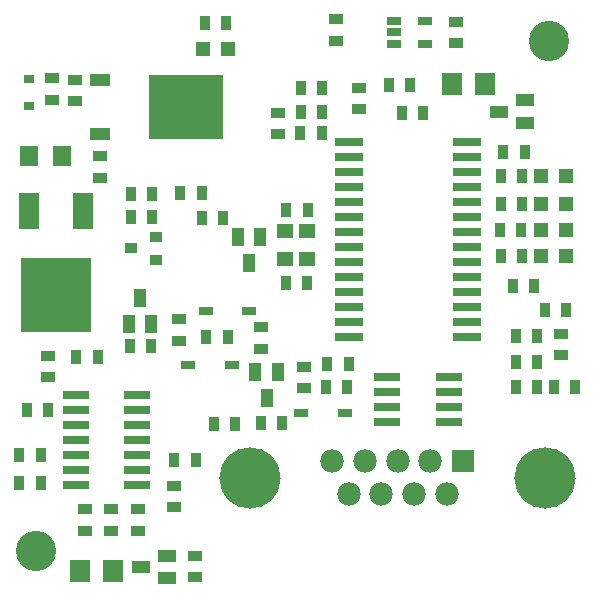
<source format=gts>
G75*
G70*
%OFA0B0*%
%FSLAX24Y24*%
%IPPOS*%
%LPD*%
%AMOC8*
5,1,8,0,0,1.08239X$1,22.5*
%
%ADD10R,0.0946X0.0276*%
%ADD11R,0.0512X0.0355*%
%ADD12R,0.0355X0.0512*%
%ADD13R,0.0512X0.0512*%
%ADD14R,0.0591X0.0434*%
%ADD15R,0.0910X0.0280*%
%ADD16R,0.0906X0.0276*%
%ADD17R,0.0670X0.0749*%
%ADD18R,0.0670X0.1221*%
%ADD19R,0.2323X0.2481*%
%ADD20R,0.0434X0.0591*%
%ADD21R,0.0512X0.0316*%
%ADD22R,0.0394X0.0355*%
%ADD23R,0.2481X0.2166*%
%ADD24R,0.0670X0.0434*%
%ADD25R,0.0367X0.0288*%
%ADD26R,0.0591X0.0670*%
%ADD27R,0.0512X0.0257*%
%ADD28C,0.1340*%
%ADD29R,0.0780X0.0780*%
%ADD30C,0.0780*%
%ADD31C,0.2040*%
%ADD32R,0.0552X0.0453*%
D10*
X012057Y011054D03*
X012057Y011554D03*
X012057Y012054D03*
X012057Y012554D03*
X012057Y013054D03*
X012057Y013554D03*
X012057Y014054D03*
X012057Y014554D03*
X012057Y015054D03*
X012057Y015554D03*
X012057Y016054D03*
X012057Y016554D03*
X012057Y017054D03*
X012057Y017554D03*
X015994Y017554D03*
X015994Y017054D03*
X015994Y016554D03*
X015994Y016054D03*
X015994Y015554D03*
X015994Y015054D03*
X015994Y014554D03*
X015994Y014054D03*
X015994Y013554D03*
X015994Y013054D03*
X015994Y012554D03*
X015994Y012054D03*
X015994Y011554D03*
X015994Y011054D03*
D11*
X019120Y011182D03*
X019120Y010473D03*
X012400Y018654D03*
X012400Y019363D03*
X011640Y020946D03*
X011640Y021654D03*
X009711Y018544D03*
X009711Y017836D03*
X006404Y011654D03*
X006404Y010946D03*
X009128Y010678D03*
X009128Y011387D03*
X010577Y010080D03*
X010577Y009371D03*
X006246Y006103D03*
X006246Y005395D03*
X005026Y005316D03*
X005026Y004607D03*
X004120Y004607D03*
X004120Y005316D03*
X003254Y005316D03*
X003254Y004607D03*
X006923Y003765D03*
X006923Y003056D03*
X002034Y009725D03*
X002034Y010434D03*
X003766Y016379D03*
X003766Y017088D03*
X002939Y018938D03*
X002939Y019647D03*
X002152Y019686D03*
X002152Y018977D03*
X015616Y020867D03*
X015616Y021576D03*
D12*
X014109Y019462D03*
X013400Y019462D03*
X013833Y018532D03*
X014542Y018532D03*
X017207Y017225D03*
X017916Y017225D03*
X017833Y016426D03*
X017124Y016426D03*
X017124Y015505D03*
X017833Y015505D03*
X017794Y014623D03*
X017085Y014623D03*
X017124Y013780D03*
X017833Y013780D03*
X017518Y012780D03*
X018227Y012780D03*
X018589Y011969D03*
X019297Y011969D03*
X018333Y011103D03*
X017624Y011103D03*
X017624Y010237D03*
X017624Y009410D03*
X018333Y009410D03*
X018884Y009410D03*
X018333Y010237D03*
X019593Y009410D03*
X012053Y010174D03*
X011345Y010174D03*
X011286Y009410D03*
X011994Y009410D03*
X009829Y008190D03*
X009120Y008190D03*
X008262Y008166D03*
X007553Y008166D03*
X006955Y006969D03*
X006246Y006969D03*
X003687Y010395D03*
X002979Y010395D03*
X002026Y008623D03*
X001317Y008623D03*
X001081Y007135D03*
X001790Y007135D03*
X001790Y006214D03*
X001081Y006214D03*
X004750Y010749D03*
X005459Y010749D03*
X007309Y011064D03*
X008018Y011064D03*
X009959Y012859D03*
X010668Y012859D03*
X010683Y015312D03*
X009975Y015312D03*
X007860Y015040D03*
X007152Y015040D03*
X007152Y015867D03*
X006443Y015867D03*
X005498Y015828D03*
X005498Y015080D03*
X004790Y015080D03*
X004790Y015828D03*
X007270Y021536D03*
X007979Y021536D03*
X010471Y019371D03*
X011179Y019371D03*
X011179Y018568D03*
X010471Y018568D03*
X010443Y017851D03*
X011152Y017851D03*
D13*
X008038Y020670D03*
X007211Y020670D03*
X018475Y016426D03*
X019301Y016426D03*
X019301Y015505D03*
X018475Y015505D03*
X018475Y014623D03*
X019301Y014623D03*
X019301Y013780D03*
X018475Y013780D03*
D14*
X017927Y018206D03*
X017927Y018954D03*
X017061Y018580D03*
X005998Y003773D03*
X005998Y003025D03*
X005132Y003399D03*
D15*
X013323Y008243D03*
X013323Y008743D03*
X013323Y009243D03*
X013323Y009743D03*
X015383Y009743D03*
X015383Y009243D03*
X015383Y008743D03*
X015383Y008243D03*
D16*
X005014Y008135D03*
X005014Y008635D03*
X005014Y009135D03*
X005014Y007635D03*
X005014Y007135D03*
X005014Y006635D03*
X005014Y006135D03*
X002967Y006135D03*
X002967Y006635D03*
X002967Y007135D03*
X002967Y007635D03*
X002967Y008135D03*
X002967Y008635D03*
X002967Y009135D03*
D17*
X003109Y003253D03*
X004211Y003253D03*
X015510Y019489D03*
X016612Y019489D03*
D18*
X003207Y015277D03*
X001412Y015277D03*
D19*
X002309Y012450D03*
D20*
X004731Y011497D03*
X005479Y011497D03*
X005105Y012363D03*
X008353Y014410D03*
X009101Y014410D03*
X008727Y013544D03*
X008943Y009883D03*
X009691Y009883D03*
X009317Y009017D03*
D21*
X010479Y008544D03*
X011935Y008544D03*
X008746Y011930D03*
X007290Y011930D03*
X006699Y010119D03*
X008156Y010119D03*
D22*
X005616Y013643D03*
X005616Y014391D03*
X004790Y014017D03*
D23*
X006640Y018741D03*
D24*
X003766Y017843D03*
X003766Y019639D03*
D25*
X001404Y019666D03*
X001404Y018761D03*
D26*
X001404Y017088D03*
X002506Y017088D03*
D27*
X013569Y020847D03*
X013569Y021221D03*
X013569Y021595D03*
X014593Y021595D03*
X014593Y020847D03*
D28*
X018727Y020946D03*
X001640Y003938D03*
D29*
X015868Y006938D03*
D30*
X014778Y006938D03*
X015321Y005820D03*
X014231Y005820D03*
X013144Y005820D03*
X013687Y006938D03*
X012597Y006938D03*
X011506Y006938D03*
X012053Y005820D03*
D31*
X008766Y006379D03*
X018609Y006379D03*
D32*
X010666Y013682D03*
X009937Y013682D03*
X009937Y014588D03*
X010666Y014588D03*
M02*

</source>
